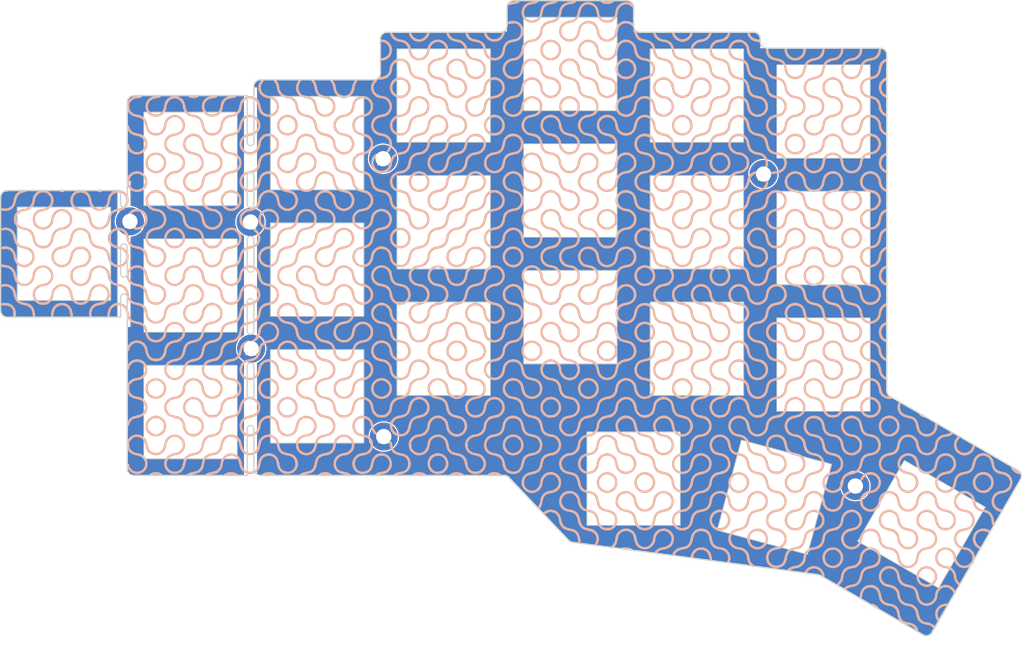
<source format=kicad_pcb>
(kicad_pcb (version 20221018) (generator pcbnew)
  (layers (0 "F.Cu" signal) (31 "B.Cu" signal) (34 "B.Paste" user) (35 "F.Paste" user) (36 "B.SilkS" user "B.Silkscreen") (37 "F.SilkS" user "F.Silkscreen") (38 "B.Mask" user) (39 "F.Mask" user) (44 "Edge.Cuts" user))
  (net 0 "")
  (footprint "kbd:SW_Hole" (layer "F.Cu") (at 42.721463 76.099368)
    (fp_text reference "K18" hide)
    (fp_text value "KEYSW" hide)
    (fp_line (start -7 -7) (end -7 7) (stroke (width 0.12)) (layer "Edge.Cuts"))
    (fp_line (start -7 7) (end 7 7) (stroke (width 0.12)) (layer "Edge.Cuts"))
    (fp_line (start 7 -7) (end -7 -7) (stroke (width 0.12)) (layer "Edge.Cuts"))
    (fp_line (start 7 7) (end 7 -7) (stroke (width 0.12)) (layer "Edge.Cuts"))
  )
  (footprint "kbd:SW_Hole" (layer "F.Cu") (at 118.721463 47.599367)
    (fp_text reference "K21" hide)
    (fp_text value "KEYSW" hide)
    (fp_line (start -7 -7) (end -7 7) (stroke (width 0.12)) (layer "Edge.Cuts"))
    (fp_line (start -7 7) (end 7 7) (stroke (width 0.12)) (layer "Edge.Cuts"))
    (fp_line (start 7 -7) (end -7 -7) (stroke (width 0.12)) (layer "Edge.Cuts"))
    (fp_line (start 7 7) (end 7 -7) (stroke (width 0.12)) (layer "Edge.Cuts"))
  )
  (footprint "kbd:SW_Hole" (layer "F.Cu") (at 42.721463 57.099368)
    (fp_text reference "K14" hide)
    (fp_text value "KEYSW" hide)
    (fp_line (start -7 -7) (end -7 7) (stroke (width 0.12)) (layer "Edge.Cuts"))
    (fp_line (start -7 7) (end 7 7) (stroke (width 0.12)) (layer "Edge.Cuts"))
    (fp_line (start 7 -7) (end -7 -7) (stroke (width 0.12)) (layer "Edge.Cuts"))
    (fp_line (start 7 7) (end 7 -7) (stroke (width 0.12)) (layer "Edge.Cuts"))
  )
  (footprint "kbd:SW_Hole" (layer "F.Cu") (at 61.721463 35.724368)
    (fp_text reference "K13" hide)
    (fp_text value "KEYSW" hide)
    (fp_line (start -7 -7) (end -7 7) (stroke (width 0.12)) (layer "Edge.Cuts"))
    (fp_line (start -7 7) (end 7 7) (stroke (width 0.12)) (layer "Edge.Cuts"))
    (fp_line (start 7 -7) (end -7 -7) (stroke (width 0.12)) (layer "Edge.Cuts"))
    (fp_line (start 7 7) (end 7 -7) (stroke (width 0.12)) (layer "Edge.Cuts"))
  )
  (footprint "kbd:SW_Hole" (layer "F.Cu") (at 152.426296 92.925796 60)
    (fp_text reference "K22" hide)
    (fp_text value "KEYSW" hide)
    (fp_line (start -7 -7) (end -7 7) (stroke (width 0.12)) (layer "Edge.Cuts"))
    (fp_line (start -7 7) (end 7 7) (stroke (width 0.12)) (layer "Edge.Cuts"))
    (fp_line (start 7 -7) (end -7 -7) (stroke (width 0.12)) (layer "Edge.Cuts"))
    (fp_line (start 7 7) (end 7 -7) (stroke (width 0.12)) (layer "Edge.Cuts"))
  )
  (footprint "kbd:M2_Hole_TH" (layer "F.Cu") (at 128.721463 40.374367)
    (fp_text reference "H8" (at 0 0.5) (layer "F.SilkS"))
    (fp_text value "MountingHole")
    (pad "" thru_hole circle (at 0 0) (size 4.2 4.2) (drill 2.3) (layers "*.Cu" "*.Mask"))
  )
  (footprint "kbd:SW_Hole" (layer "F.Cu") (at 80.721463 66.599368)
    (fp_text reference "K9" hide)
    (fp_text value "KEYSW" hide)
    (fp_line (start -7 -7) (end -7 7) (stroke (width 0.12)) (layer "Edge.Cuts"))
    (fp_line (start -7 7) (end 7 7) (stroke (width 0.12)) (layer "Edge.Cuts"))
    (fp_line (start 7 -7) (end -7 -7) (stroke (width 0.12)) (layer "Edge.Cuts"))
    (fp_line (start 7 7) (end 7 -7) (stroke (width 0.12)) (layer "Edge.Cuts"))
  )
  (footprint "kbd:M2_Hole_TH" (layer "F.Cu") (at 71.621463 38.074367)
    (fp_text reference "H4" (at 0 0.5) (layer "F.SilkS"))
    (fp_text value "MountingHole")
    (pad "" thru_hole circle (at 0 0) (size 4.2 4.2) (drill 2.3) (layers "*.Cu" "*.Mask"))
  )
  (footprint "kbd:SW_Hole" (layer "F.Cu") (at 130.35654 88.881582 -15)
    (fp_text reference "K1" hide)
    (fp_text value "KEYSW" hide)
    (fp_line (start -7 -7) (end -7 7) (stroke (width 0.12)) (layer "Edge.Cuts"))
    (fp_line (start -7 7) (end 7 7) (stroke (width 0.12)) (layer "Edge.Cuts"))
    (fp_line (start 7 -7) (end -7 -7) (stroke (width 0.12)) (layer "Edge.Cuts"))
    (fp_line (start 7 7) (end 7 -7) (stroke (width 0.12)) (layer "Edge.Cuts"))
  )
  (footprint "kbd:SW_Hole" (layer "F.Cu") (at 99.721463 23.849368)
    (fp_text reference "K11" hide)
    (fp_text value "KEYSW" hide)
    (fp_line (start -7 -7) (end -7 7) (stroke (width 0.12)) (layer "Edge.Cuts"))
    (fp_line (start -7 7) (end 7 7) (stroke (width 0.12)) (layer "Edge.Cuts"))
    (fp_line (start 7 -7) (end -7 -7) (stroke (width 0.12)) (layer "Edge.Cuts"))
    (fp_line (start 7 7) (end 7 -7) (stroke (width 0.12)) (layer "Edge.Cuts"))
  )
  (footprint "kbd:M2_Hole_TH" (layer "F.Cu") (at 51.821463 66.574367)
    (fp_text reference "H2" (at 0 0.5) (layer "F.SilkS"))
    (fp_text value "MountingHole")
    (pad "" thru_hole circle (at 0 0) (size 4.2 4.2) (drill 2.3) (layers "*.Cu" "*.Mask"))
  )
  (footprint "kbd:SW_Hole" (layer "F.Cu") (at 42.721463 38.099368)
    (fp_text reference "K7" hide)
    (fp_text value "KEYSW" hide)
    (fp_line (start -7 -7) (end -7 7) (stroke (width 0.12)) (layer "Edge.Cuts"))
    (fp_line (start -7 7) (end 7 7) (stroke (width 0.12)) (layer "Edge.Cuts"))
    (fp_line (start 7 -7) (end -7 -7) (stroke (width 0.12)) (layer "Edge.Cuts"))
    (fp_line (start 7 7) (end 7 -7) (stroke (width 0.12)) (layer "Edge.Cuts"))
  )
  (footprint "kbd:SW_Hole" (layer "F.Cu") (at 118.721463 66.599367)
    (fp_text reference "K12" hide)
    (fp_text value "KEYSW" hide)
    (fp_line (start -7 -7) (end -7 7) (stroke (width 0.12)) (layer "Edge.Cuts"))
    (fp_line (start -7 7) (end 7 7) (stroke (width 0.12)) (layer "Edge.Cuts"))
    (fp_line (start 7 -7) (end -7 -7) (stroke (width 0.12)) (layer "Edge.Cuts"))
    (fp_line (start 7 7) (end 7 -7) (stroke (width 0.12)) (layer "Edge.Cuts"))
  )
  (footprint "kbd:M2_Hole_TH" (layer "F.Cu") (at 33.621463 47.474367)
    (fp_text reference "H3" (at 0 0.5) (layer "F.SilkS"))
    (fp_text value "MountingHole")
    (pad "" thru_hole circle (at 0 0) (size 4.2 4.2) (drill 2.3) (layers "*.Cu" "*.Mask"))
  )
  (footprint "kbd:M2_Hole_TH" (layer "F.Cu") (at 51.721463 47.574367)
    (fp_text reference "H1" (at 0 0.5) (layer "F.SilkS"))
    (fp_text value "MountingHole")
    (pad "" thru_hole circle (at 0 0) (size 4.2 4.2) (drill 2.3) (layers "*.Cu" "*.Mask"))
  )
  (footprint "kbd:SW_Hole" (layer "F.Cu") (at 118.721463 28.599367)
    (fp_text reference "K16" hide)
    (fp_text value "KEYSW" hide)
    (fp_line (start -7 -7) (end -7 7) (stroke (width 0.12)) (layer "Edge.Cuts"))
    (fp_line (start -7 7) (end 7 7) (stroke (width 0.12)) (layer "Edge.Cuts"))
    (fp_line (start 7 -7) (end -7 -7) (stroke (width 0.12)) (layer "Edge.Cuts"))
    (fp_line (start 7 7) (end 7 -7) (stroke (width 0.12)) (layer "Edge.Cuts"))
  )
  (footprint "kbd:SW_Hole" (layer "F.Cu") (at 80.721463 47.599368)
    (fp_text reference "K6" hide)
    (fp_text value "KEYSW" hide)
    (fp_line (start -7 -7) (end -7 7) (stroke (width 0.12)) (layer "Edge.Cuts"))
    (fp_line (start -7 7) (end 7 7) (stroke (width 0.12)) (layer "Edge.Cuts"))
    (fp_line (start 7 -7) (end -7 -7) (stroke (width 0.12)) (layer "Edge.Cuts"))
    (fp_line (start 7 7) (end 7 -7) (stroke (width 0.12)) (layer "Edge.Cuts"))
  )
  (footprint "Silks:skean_truchet_back" (layer "F.Cu") (at 91.221464 61.599367)
    (fp_text reference "G***" hide)
    (fp_text value "LOGO" hide)
  )
  (footprint "kbd:SW_Hole" (layer "F.Cu") (at 109.221463 86.099097)
    (fp_text reference "K5" hide)
    (fp_text value "KEYSW" hide)
    (fp_line (start -7 -7) (end -7 7) (stroke (width 0.12)) (layer "Edge.Cuts"))
    (fp_line (start -7 7) (end 7 7) (stroke (width 0.12)) (layer "Edge.Cuts"))
    (fp_line (start 7 -7) (end -7 -7) (stroke (width 0.12)) (layer "Edge.Cuts"))
    (fp_line (start 7 7) (end 7 -7) (stroke (width 0.12)) (layer "Edge.Cuts"))
  )
  (footprint "kbd:SW_Hole" (layer "F.Cu") (at 137.721463 49.974367)
    (fp_text reference "K3" hide)
    (fp_text value "KEYSW" hide)
    (fp_line (start -7 -7) (end -7 7) (stroke (width 0.12)) (layer "Edge.Cuts"))
    (fp_line (start -7 7) (end 7 7) (stroke (width 0.12)) (layer "Edge.Cuts"))
    (fp_line (start 7 -7) (end -7 -7) (stroke (width 0.12)) (layer "Edge.Cuts"))
    (fp_line (start 7 7) (end 7 -7) (stroke (width 0.12)) (layer "Edge.Cuts"))
  )
  (footprint "kbd:SW_Hole" (layer "F.Cu") (at 23.721464 52.349367)
    (fp_text reference "K10" hide)
    (fp_text value "KEYSW" hide)
    (fp_line (start -7 -7) (end -7 7) (stroke (width 0.12)) (layer "Edge.Cuts"))
    (fp_line (start -7 7) (end 7 7) (stroke (width 0.12)) (layer "Edge.Cuts"))
    (fp_line (start 7 -7) (end -7 -7) (stroke (width 0.12)) (layer "Edge.Cuts"))
    (fp_line (start 7 7) (end 7 -7) (stroke (width 0.12)) (layer "Edge.Cuts"))
  )
  (footprint "kbd:SW_Hole" (layer "F.Cu") (at 99.721463 42.849368)
    (fp_text reference "K19" hide)
    (fp_text value "KEYSW" hide)
    (fp_line (start -7 -7) (end -7 7) (stroke (width 0.12)) (layer "Edge.Cuts"))
    (fp_line (start -7 7) (end 7 7) (stroke (width 0.12)) (layer "Edge.Cuts"))
    (fp_line (start 7 -7) (end -7 -7) (stroke (width 0.12)) (layer "Edge.Cuts"))
    (fp_line (start 7 7) (end 7 -7) (stroke (width 0.12)) (layer "Edge.Cuts"))
  )
  (footprint "Silks:skean_truchet" (layer "F.Cu") (at 90.821464 61.599367)
    (fp_text reference "REF**" hide)
    (fp_text value "LOGO" hide)
  )
  (footprint "kbd:SW_Hole" (layer "F.Cu") (at 61.721463 73.724368)
    (fp_text reference "K8" hide)
    (fp_text value "KEYSW" hide)
    (fp_line (start -7 -7) (end -7 7) (stroke (width 0.12)) (layer "Edge.Cuts"))
    (fp_line (start -7 7) (end 7 7) (stroke (width 0.12)) (layer "Edge.Cuts"))
    (fp_line (start 7 -7) (end -7 -7) (stroke (width 0.12)) (layer "Edge.Cuts"))
    (fp_line (start 7 7) (end 7 -7) (stroke (width 0.12)) (layer "Edge.Cuts"))
  )
  (footprint "kbd:M2_Hole_TH" (layer "F.Cu") (at 71.721463 79.774367)
    (fp_text reference "H5" (at 0 0.5) (layer "F.SilkS"))
    (fp_text value "MountingHole")
    (pad "" thru_hole circle (at 0 0) (size 4.2 4.2) (drill 2.3) (layers "*.Cu" "*.Mask"))
  )
  (footprint "kbd:SW_Hole" (layer "F.Cu") (at 137.721463 30.974367)
    (fp_text reference "K4" hide)
    (fp_text value "KEYSW" hide)
    (fp_line (start -7 -7) (end -7 7) (stroke (width 0.12)) (layer "Edge.Cuts"))
    (fp_line (start -7 7) (end 7 7) (stroke (width 0.12)) (layer "Edge.Cuts"))
    (fp_line (start 7 -7) (end -7 -7) (stroke (width 0.12)) (layer "Edge.Cuts"))
    (fp_line (start 7 7) (end 7 -7) (stroke (width 0.12)) (layer "Edge.Cuts"))
  )
  (footprint "kbd:SW_Hole" (layer "F.Cu") (at 137.721463 68.974367)
    (fp_text reference "K2" hide)
    (fp_text value "KEYSW" hide)
    (fp_line (start -7 -7) (end -7 7) (stroke (width 0.12)) (layer "Edge.Cuts"))
    (fp_line (start -7 7) (end 7 7) (stroke (width 0.12)) (layer "Edge.Cuts"))
    (fp_line (start 7 -7) (end -7 -7) (stroke (width 0.12)) (layer "Edge.Cuts"))
    (fp_line (start 7 7) (end 7 -7) (stroke (width 0.12)) (layer "Edge.Cuts"))
  )
  (footprint "kbd:SW_Hole" (layer "F.Cu") (at 99.721463 61.849368)
    (fp_text reference "K15" hide)
    (fp_text value "KEYSW" hide)
    (fp_line (start -7 -7) (end -7 7) (stroke (width 0.12)) (layer "Edge.Cuts"))
    (fp_line (start -7 7) (end 7 7) (stroke (width 0.12)) (layer "Edge.Cuts"))
    (fp_line (start 7 -7) (end -7 -7) (stroke (width 0.12)) (layer "Edge.Cuts"))
    (fp_line (start 7 7) (end 7 -7) (stroke (width 0.12)) (layer "Edge.Cuts"))
  )
  (footprint "kbd:M2_Hole_TH" (layer "F.Cu") (at 142.507505 87.19918)
    (fp_text reference "H9" (at 0 0.5) (layer "F.SilkS"))
    (fp_text value "MountingHole")
    (pad "" thru_hole circle (at 0 0) (size 4.2 4.2) (drill 2.3) (layers "*.Cu" "*.Mask"))
  )
  (footprint "kbd:SW_Hole" (layer "F.Cu") (at 61.721463 54.724368)
    (fp_text reference "K17" hide)
    (fp_text value "KEYSW" hide)
    (fp_line (start -7 -7) (end -7 7) (stroke (width 0.12)) (layer "Edge.Cuts"))
    (fp_line (start -7 7) (end 7 7) (stroke (width 0.12)) (layer "Edge.Cuts"))
    (fp_line (start 7 -7) (end -7 -7) (stroke (width 0.12)) (layer "Edge.Cuts"))
    (fp_line (start 7 7) (end 7 -7) (stroke (width 0.12)) (layer "Edge.Cuts"))
  )
  (footprint "kbd:SW_Hole" (layer "F.Cu") (at 80.721463 28.599368)
    (fp_text reference "K20" hide)
    (fp_text value "KEYSW" hide)
    (fp_line (start -7 -7) (end -7 7) (stroke (width 0.12)) (layer "Edge.Cuts"))
    (fp_line (start -7 7) (end 7 7) (stroke (width 0.12)) (layer "Edge.Cuts"))
    (fp_line (start 7 -7) (end -7 -7) (stroke (width 0.12)) (layer "Edge.Cuts"))
    (fp_line (start 7 7) (end 7 -7) (stroke (width 0.12)) (layer "Edge.Cuts"))
  )
  (gr_arc (start 89.796623 85.599367) (mid 90.187009 85.679623) (end 90.514076 85.907372) (stroke (width 0.2)) (layer "Edge.Cuts"))
  (gr_line (start 52.221491 40.599328) (end 52.22149 44.924327) (stroke (width 0.2)) (layer "Edge.Cuts"))
  (gr_arc (start 51.22149 50.224327) (mid 51.72149 49.724327) (end 52.22149 50.224327) (stroke (width 0.2)) (layer "Edge.Cuts"))
  (gr_line (start 51.221491 54.599327) (end 51.22149 50.224327) (stroke (width 0.2)) (layer "Edge.Cuts"))
  (gr_arc (start 166.912511 84.834934) (mid 167.378437 85.442141) (end 167.278537 86.20096) (stroke (width 0.2)) (layer "Edge.Cuts"))
  (gr_arc (start 51.221463 59.599366) (mid 51.721463 59.099366) (end 52.221463 59.599366) (stroke (width 0.2)) (layer "Edge.Cuts"))
  (gr_arc (start 90.221463 18.099368) (mid 89.92857 18.806475) (end 89.221463 19.099368) (stroke (width 0.2)) (layer "Edge.Cuts"))
  (gr_line (start 15.221464 42.849368) (end 32.221465 42.849368) (stroke (width 0.2)) (layer "Edge.Cuts"))
  (gr_line (start 32.221464 51.349368) (end 32.221464 55.349368) (stroke (width 0.2)) (layer "Edge.Cuts"))
  (gr_line (start 52.221463 35.599367) (end 52.221463 27.224367) (stroke (width 0.2)) (layer "Edge.Cuts"))
  (gr_line (start 99.480311 95.345258) (end 90.514076 85.907372) (stroke (width 0.2)) (layer "Edge.Cuts"))
  (gr_arc (start 51.221463 40.599367) (mid 51.721463 40.099367) (end 52.221463 40.599367) (stroke (width 0.2)) (layer "Edge.Cuts"))
  (gr_line (start 147.721463 73.754978) (end 166.912511 84.834934) (stroke (width 0.2)) (layer "Edge.Cuts"))
  (gr_line (start 147.221463 22.474368) (end 147.221463 72.888952) (stroke (width 0.2)) (layer "Edge.Cuts"))
  (gr_arc (start 33.221463 55.349368) (mid 32.721463 55.849368) (end 32.221463 55.349368) (stroke (width 0.2)) (layer "Edge.Cuts"))
  (gr_line (start 51.221463 28.599368) (end 51.221463 35.599367) (stroke (width 0.2)) (layer "Edge.Cuts"))
  (gr_line (start 32.221464 42.849368) (end 32.221464 44.849368) (stroke (width 0.2)) (layer "Edge.Cuts"))
  (gr_arc (start 71.221463 25.224368) (mid 70.92857 25.931475) (end 70.221463 26.224368) (stroke (width 0.2)) (layer "Edge.Cuts"))
  (gr_arc (start 52.221463 73.599366) (mid 51.721463 74.099366) (end 51.221463 73.599366) (stroke (width 0.2)) (layer "Edge.Cuts"))
  (gr_line (start 52.221463 84.599366) (end 52.221463 78.599366) (stroke (width 0.2)) (layer "Edge.Cuts"))
  (gr_line (start 52.221491 54.599327) (end 52.22149 50.224327) (stroke (width 0.2)) (layer "Edge.Cuts"))
  (gr_arc (start 53.221463 85.599366) (mid 52.514356 85.306473) (end 52.221463 84.599366) (stroke (width 0.2)) (layer "Edge.Cuts"))
  (gr_line (start 71.221463 25.224368) (end 71.221463 20.099368) (stroke (width 0.2)) (layer "Edge.Cuts"))
  (gr_arc (start 146.221463 21.474368) (mid 146.92857 21.767261) (end 147.221463 22.474368) (stroke (width 0.2)) (layer "Edge.Cuts"))
  (gr_arc (start 108.221463 14.349368) (mid 108.92857 14.642261) (end 109.221463 15.349368) (stroke (width 0.2)) (layer "Edge.Cuts"))
  (gr_line (start 110.221463 19.099367) (end 127.221463 19.099367) (stroke (width 0.2)) (layer "Edge.Cuts"))
  (gr_line (start 51.22149 69.224327) (end 51.221491 73.599327) (stroke (width 0.2)) (layer "Edge.Cuts"))
  (gr_line (start 89.796623 85.599366) (end 53.221463 85.599366) (stroke (width 0.2)) (layer "Edge.Cuts"))
  (gr_line (start 152.662511 109.516658) (end 137.244527 100.615081) (stroke (width 0.2)) (layer "Edge.Cuts"))
  (gr_arc (start 110.221462 19.099368) (mid 109.514356 18.806474) (end 109.221463 18.099367) (stroke (width 0.2)) (layer "Edge.Cuts"))
  (gr_line (start 33.221463 84.609762) (end 33.221464 58.849368) (stroke (width 0.2)) (layer "Edge.Cuts"))
  (gr_arc (start 52.221463 54.599366) (mid 51.721463 55.099366) (end 51.221463 54.599366) (stroke (width 0.2)) (layer "Edge.Cuts"))
  (gr_arc (start 51.221463 78.599366) (mid 51.721463 78.099366) (end 52.221463 78.599366) (stroke (width 0.2)) (layer "Edge.Cuts"))
  (gr_arc (start 33.221464 44.849368) (mid 32.721464 45.349368) (end 32.221464 44.849368) (stroke (width 0.2)) (layer "Edge.Cuts"))
  (gr_line (start 51.221463 78.599366) (end 51.221463 85.599366) (stroke (width 0.2)) (layer "Edge.Cuts"))
  (gr_arc (start 34.211068 85.599367) (mid 33.511312 85.309518) (end 33.221463 84.609762) (stroke (width 0.2)) (layer "Edge.Cuts"))
  (gr_line (start 51.221463 85.599366) (end 34.211068 85.599366) (stroke (width 0.2)) (layer "Edge.Cuts"))
  (gr_arc (start 52.221463 27.224368) (mid 52.514356 26.517261) (end 53.221463 26.224368) (stroke (width 0.2)) (layer "Edge.Cuts"))
  (gr_line (start 53.221463 26.224368) (end 70.221463 26.224368) (stroke (width 0.2)) (layer "Edge.Cuts"))
  (gr_line (start 14.221465 60.849368) (end 14.221465 43.849369) (stroke (width 0.2)) (layer "Edge.Cuts"))
  (gr_arc (start 15.221464 61.849367) (mid 14.514358 61.556474) (end 14.221465 60.849368) (stroke (width 0.2)) (layer "Edge.Cuts"))
  (gr_arc (start 14.221465 43.849369) (mid 14.514358 43.142262) (end 15.221464 42.849368) (stroke (width 0.2)) (layer "Edge.Cuts"))
  (gr_line (start 32.221464 58.849368) (end 32.221464 61.849368) (stroke (width 0.2)) (layer "Edge.Cuts"))
  (gr_line (start 52.221491 73.599327) (end 52.22149 69.224327) (stroke (width 0.2)) (layer "Edge.Cuts"))
  (gr_arc (start 52.22149 44.924327) (mid 51.72149 45.424327) (end 51.22149 44.924327) (stroke (width 0.2)) (layer "Edge.Cuts"))
  (gr_arc (start 129.221463 21.474367) (mid 128.514356 21.181474) (end 128.221463 20.474367) (stroke (width 0.2)) (layer "Edge.Cuts"))
  (gr_arc (start 90.221463 15.349368) (mid 90.514356 14.642261) (end 91.221463 14.349368) (stroke (width 0.2)) (layer "Edge.Cuts"))
  (gr_arc (start 127.221463 19.099367) (mid 127.92857 19.39226) (end 128.221463 20.099367) (stroke (width 0.2)) (layer "Edge.Cuts"))
  (gr_arc (start 100.068595 95.644797) (mid 99.748739 95.545528) (end 99.480311 95.345258) (stroke (width 0.2)) (layer "Edge.Cuts"))
  (gr_line (start 136.878894 100.490965) (end 100.068595 95.644797) (stroke (width 0.2)) (layer "Edge.Cuts"))
  (gr_line (start 33.221464 44.849368) (end 33.221464 29.599368) (stroke (width 0.2)) (layer "Edge.Cuts"))
  (gr_line (start 33.221463 55.349368) (end 33.221463 51.349368) (stroke (width 0.2)) (layer "Edge.Cuts"))
  (gr_line (start 109.221463 15.349368) (end 109.221463 18.099367) (stroke (width 0.2)) (layer "Edge.Cuts"))
  (gr_line (start 128.221463 20.099367) (end 128.221463 20.474367) (stroke (width 0.2)) (layer "Edge.Cuts"))
  (gr_arc (start 33.221464 29.599368) (mid 33.514357 28.892261) (end 34.221464 28.599368) (stroke (width 0.2)) (layer "Edge.Cuts"))
  (gr_line (start 52.22149 63.924327) (end 52.221491 59.599327) (stroke (width 0.2)) (layer "Edge.Cuts"))
  (gr_line (start 129.221463 21.474367) (end 146.221463 21.474368) (stroke (width 0.2)) (layer "Edge.Cuts"))
  (gr_line (start 167.278537 86.20096) (end 154.028537 109.150633) (stroke (width 0.2)) (layer "Edge.Cuts"))
  (gr_arc (start 51.22149 69.224327) (mid 51.72149 68.724327) (end 52.22149 69.224327) (stroke (width 0.2)) (layer "Edge.Cuts"))
  (gr_arc (start 52.221463 35.599367) (mid 51.721463 36.099367) (end 51.221463 35.599367) (stroke (width 0.2)) (layer "Edge.Cuts"))
  (gr_arc (start 136.878894 100.490965) (mid 137.067823 100.535017) (end 137.244527 100.615081) (stroke (width 0.2)) (layer "Edge.Cuts"))
  (gr_arc (start 147.721463 73.754977) (mid 147.355438 73.388952) (end 147.221463 72.888952) (stroke (width 0.2)) (layer "Edge.Cuts"))
  (gr_line (start 51.221491 40.599328) (end 51.22149 44.924327) (stroke (width 0.2)) (layer "Edge.Cuts"))
  (gr_arc (start 32.221462 51.349368) (mid 32.721462 50.849368) (end 33.221462 51.349368) (stroke (width 0.2)) (layer "Edge.Cuts"))
  (gr_arc (start 52.22149 63.924327) (mid 51.72149 64.424327) (end 51.22149 63.924327) (stroke (width 0.2)) (layer "Edge.Cuts"))
  (gr_arc (start 32.221464 58.849368) (mid 32.721464 58.349368) (end 33.221464 58.849368) (stroke (width 0.2)) (layer "Edge.Cuts"))
  (gr_arc (start 71.221462 20.099368) (mid 71.514356 19.392261) (end 72.221463 19.099367) (stroke (width 0.2)) (layer "Edge.Cuts"))
  (gr_line (start 90.221463 18.099368) (end 90.221463 15.349368) (stroke (width 0.2)) (layer "Edge.Cuts"))
  (gr_line (start 32.221464 61.849368) (end 15.221464 61.849368) (stroke (width 0.2)) (layer "Edge.Cuts"))
  (gr_line (start 91.221463 14.349368) (end 108.221463 14.349368) (stroke (width 0.2)) (layer "Edge.Cuts"))
  (gr_line (start 72.221463 19.099367) (end 89.221463 19.099368) (stroke (width 0.2)) (layer "Edge.Cuts"))
  (gr_arc (start 154.028536 109.150633) (mid 153.42133 109.616559) (end 152.662511 109.516658) (stroke (width 0.2)) (layer "Edge.Cuts"))
  (gr_line (start 34.221464 28.599368) (end 51.221463 28.599368) (stroke (width 0.2)) (layer "Edge.Cuts"))
  (gr_line (start 51.22149 63.924327) (end 51.221491 59.599327) (stroke (width 0.2)) (layer "Edge.Cuts"))
  (zone (net 0) (net_name "") (layers "F&B.Cu") (priority 1) (connect_pads (clearance 0.2)) (min_thickness 0.25) (fill yes (thermal_gap 0.5) (thermal_bridge_width 0.5))
    (polygon (pts (xy 109.221463 19.104952) (xy 128.221463 19.104952) (xy 128.221463 21.504952) (xy 147.221463 21.504952) (xy 147.221463 23.804952) (xy 147.721464 73.349367) (xy 167.821463 85.204952) (xy 153.421463 109.904952) (xy 137.021463 100.504952) (xy 99.721463 95.504952) (xy 90.121463 85.504952) (xy 33.221463 85.604952) (xy 33.221463 61.804952) (xy 14.121463 61.804952) (xy 14.221463 42.904952) (xy 33.221463 42.804952) (xy 33.221463 28.504952) (xy 52.221463 28.504952) (xy 52.221463 26.204952) (xy 71.221463 26.204952) (xy 71.221463 19.004952) (xy 90.221463 19.004952) (xy 90.221463 14.304952) (xy 109.221463 14.304952)))
  )
  (zone (net 0) (net_name "") (layers "F&B.Cu") (connect_pads (clearance 0)) (min_thickness 0.254)
    (keepout (tracks not_allowed) (vias not_allowed) (pads not_allowed) (copperpour not_allowed) (footprints allowed))
    (fill (thermal_gap 0.508) (thermal_bridge_width 0.508))
    (polygon (pts (xy 52.721463 86.099367) (xy 50.721463 86.099367) (xy 50.721463 27.349367) (xy 52.721463 27.349367)))
  )
  (zone (net 0) (net_name "") (layers "F&B.Cu") (connect_pads (clearance 0)) (min_thickness 0.254)
    (keepout (tracks not_allowed) (vias not_allowed) (pads not_allowed) (copperpour not_allowed) (footprints allowed))
    (fill (thermal_gap 0.508) (thermal_bridge_width 0.508))
    (polygon (pts (xy 33.721463 63.349367) (xy 31.721463 63.349367) (xy 31.721463 41.849367) (xy 33.721463 41.349367)))
  )
)
</source>
